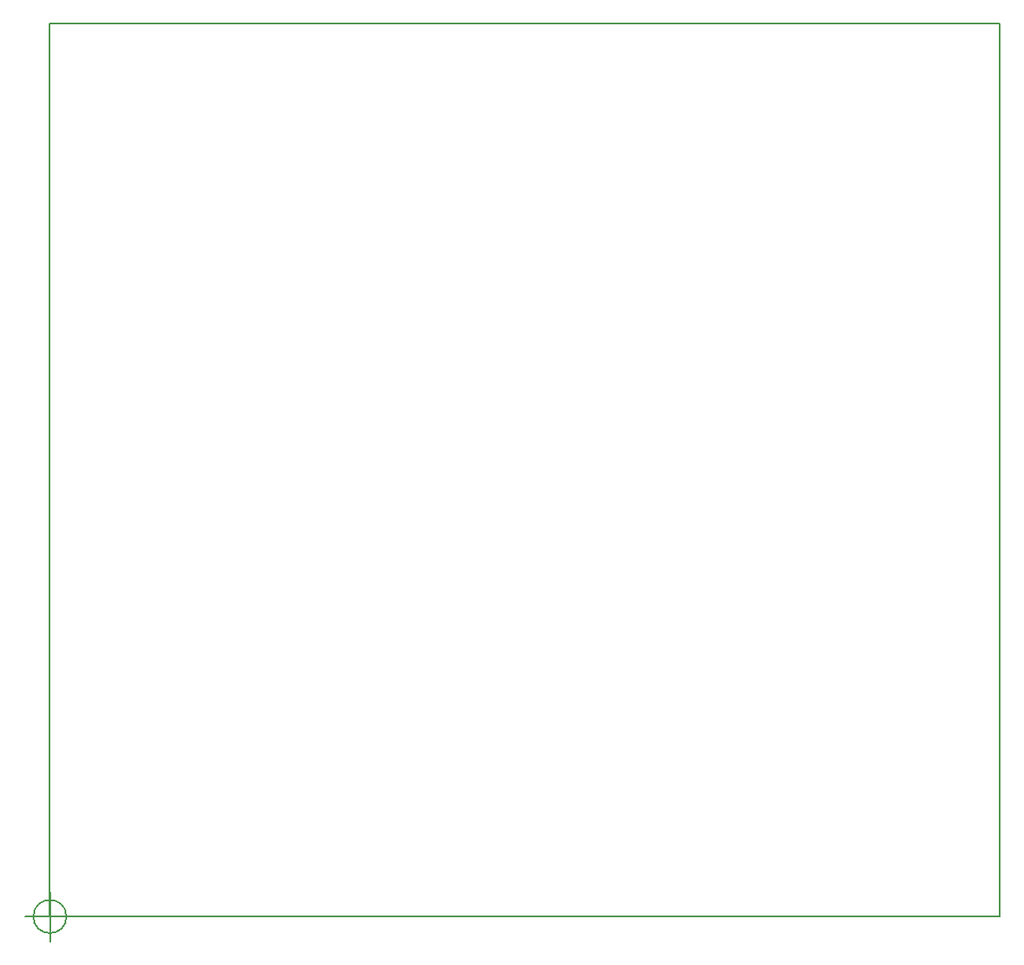
<source format=gm1>
G04 #@! TF.GenerationSoftware,KiCad,Pcbnew,(5.1.2)-1*
G04 #@! TF.CreationDate,2019-05-10T01:18:28-03:00*
G04 #@! TF.ProjectId,pcb_v1,7063625f-7631-42e6-9b69-6361645f7063,rev?*
G04 #@! TF.SameCoordinates,Original*
G04 #@! TF.FileFunction,Profile,NP*
%FSLAX46Y46*%
G04 Gerber Fmt 4.6, Leading zero omitted, Abs format (unit mm)*
G04 Created by KiCad (PCBNEW (5.1.2)-1) date 2019-05-10 01:18:28*
%MOMM*%
%LPD*%
G04 APERTURE LIST*
%ADD10C,0.150000*%
G04 APERTURE END LIST*
D10*
X51704666Y-140208000D02*
G75*
G03X51704666Y-140208000I-1666666J0D01*
G01*
X47538000Y-140208000D02*
X52538000Y-140208000D01*
X50038000Y-137708000D02*
X50038000Y-142708000D01*
X145890000Y-50000000D02*
X50000000Y-50000000D01*
X145890000Y-140170000D02*
X145890000Y-50000000D01*
X50000000Y-140170000D02*
X145890000Y-140170000D01*
X50000000Y-50000000D02*
X50000000Y-140170000D01*
M02*

</source>
